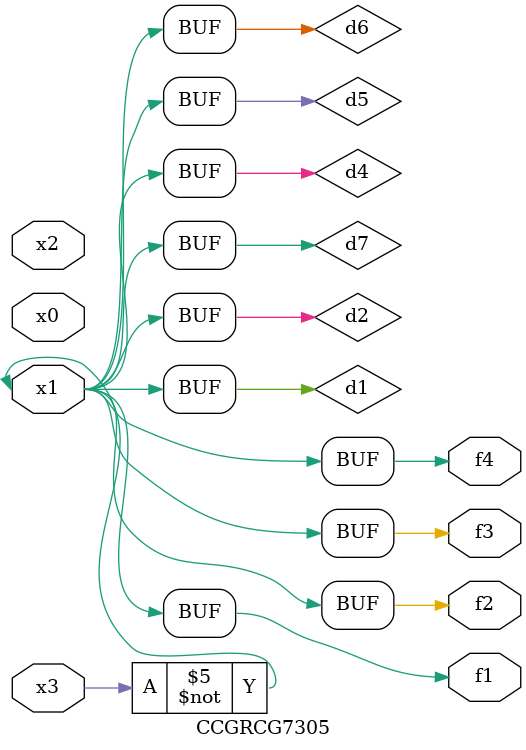
<source format=v>
module CCGRCG7305(
	input x0, x1, x2, x3,
	output f1, f2, f3, f4
);

	wire d1, d2, d3, d4, d5, d6, d7;

	not (d1, x3);
	buf (d2, x1);
	xnor (d3, d1, d2);
	nor (d4, d1);
	buf (d5, d1, d2);
	buf (d6, d4, d5);
	nand (d7, d4);
	assign f1 = d6;
	assign f2 = d7;
	assign f3 = d6;
	assign f4 = d6;
endmodule

</source>
